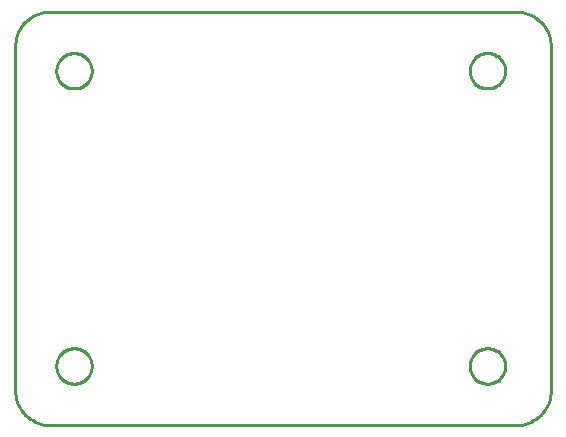
<source format=gbr>
G04 EAGLE Gerber RS-274X export*
G75*
%MOMM*%
%FSLAX34Y34*%
%LPD*%
%IN*%
%IPPOS*%
%AMOC8*
5,1,8,0,0,1.08239X$1,22.5*%
G01*
%ADD10C,0.254000*%


D10*
X0Y30000D02*
X114Y27385D01*
X456Y24791D01*
X1022Y22235D01*
X1809Y19739D01*
X2811Y17321D01*
X4019Y15000D01*
X5425Y12793D01*
X7019Y10716D01*
X8787Y8787D01*
X10716Y7019D01*
X12793Y5425D01*
X15000Y4019D01*
X17321Y2811D01*
X19739Y1809D01*
X22235Y1022D01*
X24791Y456D01*
X27385Y114D01*
X30000Y0D01*
X423818Y0D01*
X426433Y114D01*
X429027Y456D01*
X431583Y1022D01*
X434079Y1809D01*
X436497Y2811D01*
X438818Y4019D01*
X441025Y5425D01*
X443102Y7019D01*
X445031Y8787D01*
X446799Y10716D01*
X448393Y12793D01*
X449799Y15000D01*
X451007Y17321D01*
X452009Y19739D01*
X452796Y22235D01*
X453362Y24791D01*
X453704Y27385D01*
X453818Y30000D01*
X453818Y320000D01*
X453704Y322615D01*
X453362Y325209D01*
X452796Y327765D01*
X452009Y330261D01*
X451007Y332679D01*
X449799Y335000D01*
X448393Y337207D01*
X446799Y339284D01*
X445031Y341213D01*
X443102Y342981D01*
X441025Y344575D01*
X438818Y345981D01*
X436497Y347189D01*
X434079Y348191D01*
X431583Y348978D01*
X429027Y349544D01*
X426433Y349886D01*
X423818Y350000D01*
X30000Y350000D01*
X27385Y349886D01*
X24791Y349544D01*
X22235Y348978D01*
X19739Y348191D01*
X17321Y347189D01*
X15000Y345981D01*
X12793Y344575D01*
X10716Y342981D01*
X8787Y341213D01*
X7019Y339284D01*
X5425Y337207D01*
X4019Y335000D01*
X2811Y332679D01*
X1809Y330261D01*
X1022Y327765D01*
X456Y325209D01*
X114Y322615D01*
X0Y320000D01*
X0Y30000D01*
X415000Y49464D02*
X415000Y50536D01*
X414924Y51604D01*
X414771Y52665D01*
X414543Y53712D01*
X414241Y54740D01*
X413867Y55744D01*
X413422Y56719D01*
X412908Y57659D01*
X412329Y58560D01*
X411687Y59418D01*
X410985Y60228D01*
X410228Y60985D01*
X409418Y61687D01*
X408560Y62329D01*
X407659Y62908D01*
X406719Y63422D01*
X405744Y63867D01*
X404740Y64241D01*
X403712Y64543D01*
X402665Y64771D01*
X401604Y64924D01*
X400536Y65000D01*
X399464Y65000D01*
X398396Y64924D01*
X397335Y64771D01*
X396288Y64543D01*
X395260Y64241D01*
X394256Y63867D01*
X393281Y63422D01*
X392341Y62908D01*
X391440Y62329D01*
X390582Y61687D01*
X389772Y60985D01*
X389015Y60228D01*
X388313Y59418D01*
X387671Y58560D01*
X387092Y57659D01*
X386578Y56719D01*
X386133Y55744D01*
X385759Y54740D01*
X385457Y53712D01*
X385229Y52665D01*
X385076Y51604D01*
X385000Y50536D01*
X385000Y49464D01*
X385076Y48396D01*
X385229Y47335D01*
X385457Y46288D01*
X385759Y45260D01*
X386133Y44256D01*
X386578Y43281D01*
X387092Y42341D01*
X387671Y41440D01*
X388313Y40582D01*
X389015Y39772D01*
X389772Y39015D01*
X390582Y38313D01*
X391440Y37671D01*
X392341Y37092D01*
X393281Y36578D01*
X394256Y36133D01*
X395260Y35759D01*
X396288Y35457D01*
X397335Y35229D01*
X398396Y35076D01*
X399464Y35000D01*
X400536Y35000D01*
X401604Y35076D01*
X402665Y35229D01*
X403712Y35457D01*
X404740Y35759D01*
X405744Y36133D01*
X406719Y36578D01*
X407659Y37092D01*
X408560Y37671D01*
X409418Y38313D01*
X410228Y39015D01*
X410985Y39772D01*
X411687Y40582D01*
X412329Y41440D01*
X412908Y42341D01*
X413422Y43281D01*
X413867Y44256D01*
X414241Y45260D01*
X414543Y46288D01*
X414771Y47335D01*
X414924Y48396D01*
X415000Y49464D01*
X415000Y299464D02*
X415000Y300536D01*
X414924Y301604D01*
X414771Y302665D01*
X414543Y303712D01*
X414241Y304740D01*
X413867Y305744D01*
X413422Y306719D01*
X412908Y307659D01*
X412329Y308560D01*
X411687Y309418D01*
X410985Y310228D01*
X410228Y310985D01*
X409418Y311687D01*
X408560Y312329D01*
X407659Y312908D01*
X406719Y313422D01*
X405744Y313867D01*
X404740Y314241D01*
X403712Y314543D01*
X402665Y314771D01*
X401604Y314924D01*
X400536Y315000D01*
X399464Y315000D01*
X398396Y314924D01*
X397335Y314771D01*
X396288Y314543D01*
X395260Y314241D01*
X394256Y313867D01*
X393281Y313422D01*
X392341Y312908D01*
X391440Y312329D01*
X390582Y311687D01*
X389772Y310985D01*
X389015Y310228D01*
X388313Y309418D01*
X387671Y308560D01*
X387092Y307659D01*
X386578Y306719D01*
X386133Y305744D01*
X385759Y304740D01*
X385457Y303712D01*
X385229Y302665D01*
X385076Y301604D01*
X385000Y300536D01*
X385000Y299464D01*
X385076Y298396D01*
X385229Y297335D01*
X385457Y296288D01*
X385759Y295260D01*
X386133Y294256D01*
X386578Y293281D01*
X387092Y292341D01*
X387671Y291440D01*
X388313Y290582D01*
X389015Y289772D01*
X389772Y289015D01*
X390582Y288313D01*
X391440Y287671D01*
X392341Y287092D01*
X393281Y286578D01*
X394256Y286133D01*
X395260Y285759D01*
X396288Y285457D01*
X397335Y285229D01*
X398396Y285076D01*
X399464Y285000D01*
X400536Y285000D01*
X401604Y285076D01*
X402665Y285229D01*
X403712Y285457D01*
X404740Y285759D01*
X405744Y286133D01*
X406719Y286578D01*
X407659Y287092D01*
X408560Y287671D01*
X409418Y288313D01*
X410228Y289015D01*
X410985Y289772D01*
X411687Y290582D01*
X412329Y291440D01*
X412908Y292341D01*
X413422Y293281D01*
X413867Y294256D01*
X414241Y295260D01*
X414543Y296288D01*
X414771Y297335D01*
X414924Y298396D01*
X415000Y299464D01*
X65000Y299464D02*
X65000Y300536D01*
X64924Y301604D01*
X64771Y302665D01*
X64543Y303712D01*
X64241Y304740D01*
X63867Y305744D01*
X63422Y306719D01*
X62908Y307659D01*
X62329Y308560D01*
X61687Y309418D01*
X60985Y310228D01*
X60228Y310985D01*
X59418Y311687D01*
X58560Y312329D01*
X57659Y312908D01*
X56719Y313422D01*
X55744Y313867D01*
X54740Y314241D01*
X53712Y314543D01*
X52665Y314771D01*
X51604Y314924D01*
X50536Y315000D01*
X49464Y315000D01*
X48396Y314924D01*
X47335Y314771D01*
X46288Y314543D01*
X45260Y314241D01*
X44256Y313867D01*
X43281Y313422D01*
X42341Y312908D01*
X41440Y312329D01*
X40582Y311687D01*
X39772Y310985D01*
X39015Y310228D01*
X38313Y309418D01*
X37671Y308560D01*
X37092Y307659D01*
X36578Y306719D01*
X36133Y305744D01*
X35759Y304740D01*
X35457Y303712D01*
X35229Y302665D01*
X35076Y301604D01*
X35000Y300536D01*
X35000Y299464D01*
X35076Y298396D01*
X35229Y297335D01*
X35457Y296288D01*
X35759Y295260D01*
X36133Y294256D01*
X36578Y293281D01*
X37092Y292341D01*
X37671Y291440D01*
X38313Y290582D01*
X39015Y289772D01*
X39772Y289015D01*
X40582Y288313D01*
X41440Y287671D01*
X42341Y287092D01*
X43281Y286578D01*
X44256Y286133D01*
X45260Y285759D01*
X46288Y285457D01*
X47335Y285229D01*
X48396Y285076D01*
X49464Y285000D01*
X50536Y285000D01*
X51604Y285076D01*
X52665Y285229D01*
X53712Y285457D01*
X54740Y285759D01*
X55744Y286133D01*
X56719Y286578D01*
X57659Y287092D01*
X58560Y287671D01*
X59418Y288313D01*
X60228Y289015D01*
X60985Y289772D01*
X61687Y290582D01*
X62329Y291440D01*
X62908Y292341D01*
X63422Y293281D01*
X63867Y294256D01*
X64241Y295260D01*
X64543Y296288D01*
X64771Y297335D01*
X64924Y298396D01*
X65000Y299464D01*
X65000Y49464D02*
X65000Y50536D01*
X64924Y51604D01*
X64771Y52665D01*
X64543Y53712D01*
X64241Y54740D01*
X63867Y55744D01*
X63422Y56719D01*
X62908Y57659D01*
X62329Y58560D01*
X61687Y59418D01*
X60985Y60228D01*
X60228Y60985D01*
X59418Y61687D01*
X58560Y62329D01*
X57659Y62908D01*
X56719Y63422D01*
X55744Y63867D01*
X54740Y64241D01*
X53712Y64543D01*
X52665Y64771D01*
X51604Y64924D01*
X50536Y65000D01*
X49464Y65000D01*
X48396Y64924D01*
X47335Y64771D01*
X46288Y64543D01*
X45260Y64241D01*
X44256Y63867D01*
X43281Y63422D01*
X42341Y62908D01*
X41440Y62329D01*
X40582Y61687D01*
X39772Y60985D01*
X39015Y60228D01*
X38313Y59418D01*
X37671Y58560D01*
X37092Y57659D01*
X36578Y56719D01*
X36133Y55744D01*
X35759Y54740D01*
X35457Y53712D01*
X35229Y52665D01*
X35076Y51604D01*
X35000Y50536D01*
X35000Y49464D01*
X35076Y48396D01*
X35229Y47335D01*
X35457Y46288D01*
X35759Y45260D01*
X36133Y44256D01*
X36578Y43281D01*
X37092Y42341D01*
X37671Y41440D01*
X38313Y40582D01*
X39015Y39772D01*
X39772Y39015D01*
X40582Y38313D01*
X41440Y37671D01*
X42341Y37092D01*
X43281Y36578D01*
X44256Y36133D01*
X45260Y35759D01*
X46288Y35457D01*
X47335Y35229D01*
X48396Y35076D01*
X49464Y35000D01*
X50536Y35000D01*
X51604Y35076D01*
X52665Y35229D01*
X53712Y35457D01*
X54740Y35759D01*
X55744Y36133D01*
X56719Y36578D01*
X57659Y37092D01*
X58560Y37671D01*
X59418Y38313D01*
X60228Y39015D01*
X60985Y39772D01*
X61687Y40582D01*
X62329Y41440D01*
X62908Y42341D01*
X63422Y43281D01*
X63867Y44256D01*
X64241Y45260D01*
X64543Y46288D01*
X64771Y47335D01*
X64924Y48396D01*
X65000Y49464D01*
M02*

</source>
